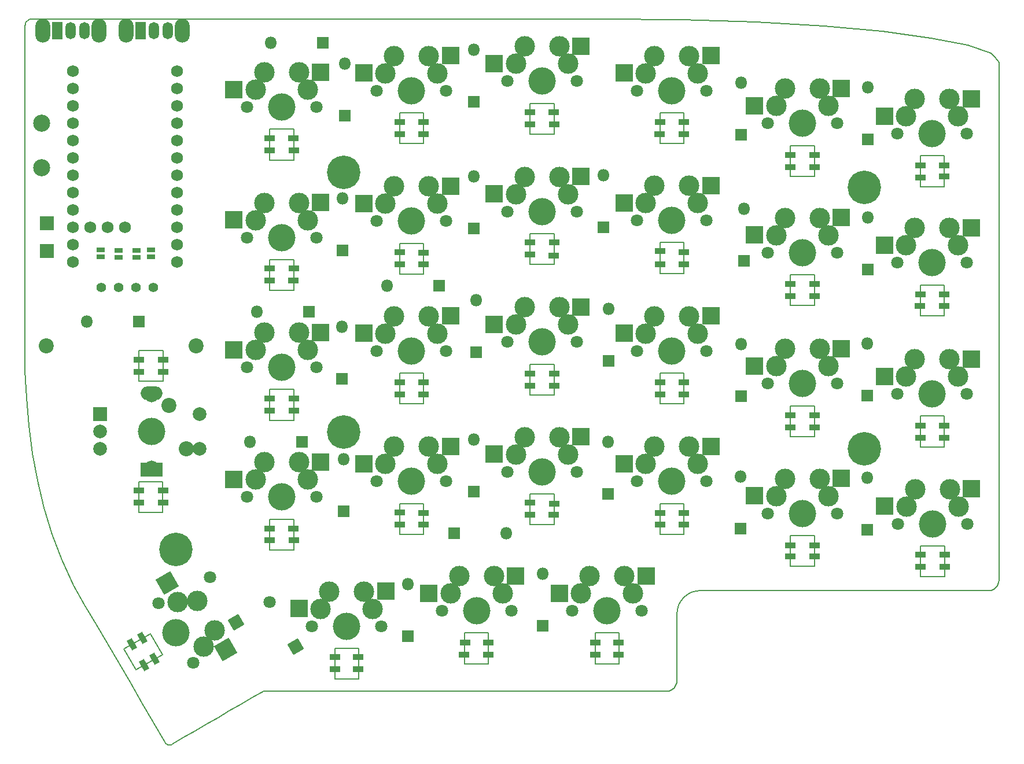
<source format=gbr>
G04 #@! TF.GenerationSoftware,KiCad,Pcbnew,(6.0.0-0)*
G04 #@! TF.CreationDate,2022-05-31T22:11:55-04:00*
G04 #@! TF.ProjectId,Lily58,4c696c79-3538-42e6-9b69-6361645f7063,rev?*
G04 #@! TF.SameCoordinates,Original*
G04 #@! TF.FileFunction,Soldermask,Bot*
G04 #@! TF.FilePolarity,Negative*
%FSLAX46Y46*%
G04 Gerber Fmt 4.6, Leading zero omitted, Abs format (unit mm)*
G04 Created by KiCad (PCBNEW (6.0.0-0)) date 2022-05-31 22:11:55*
%MOMM*%
%LPD*%
G01*
G04 APERTURE LIST*
G04 Aperture macros list*
%AMHorizOval*
0 Thick line with rounded ends*
0 $1 width*
0 $2 $3 position (X,Y) of the first rounded end (center of the circle)*
0 $4 $5 position (X,Y) of the second rounded end (center of the circle)*
0 Add line between two ends*
20,1,$1,$2,$3,$4,$5,0*
0 Add two circle primitives to create the rounded ends*
1,1,$1,$2,$3*
1,1,$1,$4,$5*%
%AMRotRect*
0 Rectangle, with rotation*
0 The origin of the aperture is its center*
0 $1 length*
0 $2 width*
0 $3 Rotation angle, in degrees counterclockwise*
0 Add horizontal line*
21,1,$1,$2,0,0,$3*%
G04 Aperture macros list end*
G04 #@! TA.AperFunction,Profile*
%ADD10C,0.200000*%
G04 #@! TD*
G04 #@! TA.AperFunction,Profile*
%ADD11C,0.150000*%
G04 #@! TD*
%ADD12C,1.700000*%
%ADD13C,4.000000*%
%ADD14C,2.200000*%
%ADD15O,2.200000X3.500000*%
%ADD16R,1.500000X2.500000*%
%ADD17O,1.500000X2.500000*%
%ADD18R,1.600000X0.850000*%
%ADD19RotRect,1.600000X0.850000X120.000000*%
%ADD20RotRect,1.600000X0.850000X300.000000*%
%ADD21R,2.000000X2.000000*%
%ADD22RotRect,1.800000X1.800000X120.000000*%
%ADD23HorizOval,1.800000X0.000000X0.000000X0.000000X0.000000X0*%
%ADD24C,4.900000*%
%ADD25C,2.500000*%
%ADD26C,1.752600*%
%ADD27C,1.397000*%
%ADD28R,2.550000X2.500000*%
%ADD29C,1.800000*%
%ADD30C,3.000000*%
%ADD31RotRect,2.550000X2.500000X120.000000*%
%ADD32C,2.000000*%
%ADD33R,3.200000X2.000000*%
%ADD34O,3.200000X2.000000*%
%ADD35O,1.800000X1.800000*%
%ADD36R,1.800000X1.800000*%
%ADD37R,1.143000X0.635000*%
G04 APERTURE END LIST*
D10*
X104807833Y-37086762D02*
X94400000Y-37086762D01*
X82937528Y-82285296D02*
X82937528Y-75978362D01*
X82937528Y-75978362D02*
X82937528Y-69671429D01*
X82937528Y-88592229D02*
X82937528Y-82285296D01*
D11*
X118750000Y-57750000D02*
X118750000Y-53250000D01*
X101310889Y-127109431D02*
X103060889Y-130140520D01*
X103060889Y-130140520D02*
X99163775Y-132390520D01*
X97413775Y-129359431D02*
X101310889Y-127109431D01*
X99163775Y-132390520D02*
X97413775Y-129359431D01*
X118750000Y-72350000D02*
X122250000Y-72350000D01*
X131750000Y-129250000D02*
X131750000Y-133750000D01*
X166350000Y-127000000D02*
X169850000Y-127000000D01*
X160350000Y-111150000D02*
X156850000Y-111150000D01*
X141250000Y-108050000D02*
X141250000Y-112550000D01*
X103099200Y-104864800D02*
X103099200Y-109364800D01*
X137750000Y-108050000D02*
X141250000Y-108050000D01*
X198450000Y-117250000D02*
X194950000Y-117250000D01*
X122250000Y-114850000D02*
X118750000Y-114850000D01*
X156850000Y-111150000D02*
X156850000Y-106650000D01*
X166350000Y-131500000D02*
X166350000Y-127000000D01*
X194950000Y-117250000D02*
X194950000Y-112750000D01*
X141250000Y-112550000D02*
X137750000Y-112550000D01*
X122250000Y-110350000D02*
X122250000Y-114850000D01*
X179350000Y-108050000D02*
X179350000Y-112550000D01*
X175850000Y-108050000D02*
X179350000Y-108050000D01*
X214000000Y-118750000D02*
X214000000Y-114250000D01*
X147250000Y-127000000D02*
X150750000Y-127000000D01*
X150750000Y-131500000D02*
X147250000Y-131500000D01*
X160350000Y-106650000D02*
X160350000Y-111150000D01*
X137750000Y-112550000D02*
X137750000Y-108050000D01*
X150750000Y-127000000D02*
X150750000Y-131500000D01*
X156850000Y-106650000D02*
X160350000Y-106650000D01*
X217500000Y-114250000D02*
X217500000Y-118750000D01*
X99599200Y-104864800D02*
X103099200Y-104864800D01*
X194950000Y-112750000D02*
X198450000Y-112750000D01*
X128250000Y-129250000D02*
X131750000Y-129250000D01*
X103099200Y-109364800D02*
X99599200Y-109364800D01*
X175850000Y-112550000D02*
X175850000Y-108050000D01*
X217500000Y-118750000D02*
X214000000Y-118750000D01*
X214000000Y-114250000D02*
X217500000Y-114250000D01*
X147250000Y-131500000D02*
X147250000Y-127000000D01*
X99599200Y-109364800D02*
X99599200Y-104864800D01*
X118750000Y-114850000D02*
X118750000Y-110350000D01*
X118750000Y-110350000D02*
X122250000Y-110350000D01*
X128250000Y-133750000D02*
X128250000Y-129250000D01*
X169850000Y-127000000D02*
X169850000Y-131500000D01*
X169850000Y-131500000D02*
X166350000Y-131500000D01*
X179350000Y-112550000D02*
X175850000Y-112550000D01*
X198450000Y-112750000D02*
X198450000Y-117250000D01*
X131750000Y-133750000D02*
X128250000Y-133750000D01*
X99624000Y-90170000D02*
X99624000Y-85670000D01*
X103124000Y-85670000D02*
X103124000Y-90170000D01*
X103124000Y-90170000D02*
X99624000Y-90170000D01*
X99624000Y-85670000D02*
X103124000Y-85670000D01*
D10*
X178319348Y-134034052D02*
X178288901Y-134314154D01*
X225460000Y-100326490D02*
X225460000Y-109808112D01*
X82937528Y-63364495D02*
X82937528Y-57057562D01*
D11*
X160350000Y-92150000D02*
X156850000Y-92150000D01*
D10*
X96695647Y-131453701D02*
X98371341Y-134320020D01*
X225204001Y-120128696D02*
X225020912Y-120350648D01*
X169449826Y-135511658D02*
X176819348Y-135511658D01*
D11*
X141250000Y-88950000D02*
X141250000Y-93450000D01*
D10*
X89992869Y-119988423D02*
X91668563Y-122854742D01*
X177658308Y-135255660D02*
X177403500Y-135393876D01*
D11*
X141250000Y-55350000D02*
X137750000Y-55350000D01*
D10*
X178201565Y-134595810D02*
X178063349Y-134850619D01*
X104288864Y-143357278D02*
X104456758Y-143271756D01*
D11*
X122250000Y-72350000D02*
X122250000Y-76850000D01*
D10*
X225460000Y-43436755D02*
X225460000Y-52918378D01*
D11*
X198450000Y-60150000D02*
X194950000Y-60150000D01*
D10*
X136027379Y-37086762D02*
X125619545Y-37086762D01*
X104130206Y-143404468D02*
X104288864Y-143357278D01*
X83245570Y-37394123D02*
X83400937Y-37265961D01*
X103842470Y-143386445D02*
X103981252Y-143413974D01*
D11*
X179350000Y-50850000D02*
X179350000Y-55350000D01*
D10*
X82937528Y-50750629D02*
X82937528Y-44443695D01*
X103597295Y-143222884D02*
X103714328Y-143322532D01*
X116186619Y-136480784D02*
X117862313Y-135510645D01*
X224278471Y-42156190D02*
X220889319Y-40963847D01*
D11*
X217450000Y-80550000D02*
X213950000Y-80550000D01*
D10*
X103981252Y-143413974D02*
X104130206Y-143404468D01*
D11*
X194950000Y-93750000D02*
X198450000Y-93750000D01*
X156850000Y-87650000D02*
X160350000Y-87650000D01*
D10*
X224900000Y-42700000D02*
X224278471Y-42156190D01*
X178319348Y-131597973D02*
X178319348Y-132816013D01*
D11*
X137750000Y-74450000D02*
X137750000Y-69950000D01*
D10*
X178319348Y-129161894D02*
X178319348Y-130379933D01*
D11*
X118750000Y-76850000D02*
X118750000Y-72350000D01*
X122250000Y-91350000D02*
X122250000Y-95850000D01*
D10*
X83579303Y-37169210D02*
X83776462Y-37108075D01*
X178594174Y-122926713D02*
X178916678Y-122332160D01*
X178390391Y-123583911D02*
X178594174Y-122926713D01*
X104456758Y-143271756D02*
X106132452Y-142301617D01*
X197622092Y-120789735D02*
X202889673Y-120789735D01*
X213424836Y-120789735D02*
X218692418Y-120789735D01*
X225460000Y-90844867D02*
X225460000Y-100326490D01*
D11*
X160350000Y-49460000D02*
X160350000Y-53960000D01*
D10*
X91668563Y-122854742D02*
X93344258Y-125721062D01*
X139971738Y-135511658D02*
X147341260Y-135511658D01*
X82937528Y-44443695D02*
X82937528Y-38136762D01*
X224900000Y-42700000D02*
X225460000Y-43436755D01*
D11*
X179350000Y-55350000D02*
X175850000Y-55350000D01*
D10*
X83400937Y-37265961D02*
X83579303Y-37169210D01*
D11*
X118750000Y-91350000D02*
X122250000Y-91350000D01*
D10*
X95019952Y-128587381D02*
X96695647Y-131453701D01*
D11*
X137750000Y-69950000D02*
X141250000Y-69950000D01*
D10*
X192354511Y-120789735D02*
X197622092Y-120789735D01*
D11*
X156850000Y-68550000D02*
X160350000Y-68550000D01*
D10*
X181819348Y-120789735D02*
X187086929Y-120789735D01*
X177880261Y-135072571D02*
X177658308Y-135255660D01*
X103398425Y-142918979D02*
X103491837Y-143088150D01*
D11*
X175850000Y-74350000D02*
X175850000Y-69850000D01*
D10*
X225020912Y-120350648D02*
X224798960Y-120533736D01*
D11*
X141250000Y-93450000D02*
X137750000Y-93450000D01*
D10*
X83020657Y-37727855D02*
X83117409Y-37549489D01*
D11*
X217450000Y-95250000D02*
X217450000Y-99750000D01*
D10*
X106132452Y-142301617D02*
X107808147Y-141331479D01*
D11*
X179350000Y-69850000D02*
X179350000Y-74350000D01*
X141250000Y-74450000D02*
X137750000Y-74450000D01*
D10*
X215525697Y-39885159D02*
X208420758Y-38945561D01*
D11*
X213950000Y-76050000D02*
X217450000Y-76050000D01*
D10*
X177403500Y-135393876D02*
X177121844Y-135481211D01*
D11*
X122250000Y-57750000D02*
X118750000Y-57750000D01*
X194950000Y-79050000D02*
X194950000Y-74550000D01*
X160350000Y-68550000D02*
X160350000Y-73050000D01*
X175850000Y-88950000D02*
X179350000Y-88950000D01*
X213950000Y-95250000D02*
X217450000Y-95250000D01*
X160350000Y-73050000D02*
X156850000Y-73050000D01*
X122250000Y-53250000D02*
X122250000Y-57750000D01*
X198450000Y-98250000D02*
X194950000Y-98250000D01*
D10*
X178319348Y-126725814D02*
X178319348Y-127943854D01*
X178063349Y-134850619D02*
X177880261Y-135072571D01*
X224262495Y-120759288D02*
X223959999Y-120789735D01*
X83135690Y-92617561D02*
X83490297Y-96657663D01*
D11*
X137750000Y-55350000D02*
X137750000Y-50850000D01*
D10*
X178319348Y-132816013D02*
X178319348Y-134034052D01*
D11*
X137750000Y-50850000D02*
X141250000Y-50850000D01*
D10*
X179343884Y-121814271D02*
X179861773Y-121387065D01*
X125619545Y-37086762D02*
X115211711Y-37086762D01*
X225460000Y-109808112D02*
X225460000Y-119289735D01*
X88291758Y-116318073D02*
X89993333Y-119989540D01*
X83117409Y-37549489D02*
X83245570Y-37394123D01*
D11*
X217450000Y-99750000D02*
X213950000Y-99750000D01*
X122250000Y-95850000D02*
X118750000Y-95850000D01*
D10*
X178916678Y-122332160D02*
X179343884Y-121814271D01*
X83490297Y-96657663D02*
X84020972Y-100690825D01*
X103714328Y-143322532D02*
X103842470Y-143386445D01*
X82938210Y-38136762D02*
X82959523Y-37925015D01*
X208157255Y-120789735D02*
X213424836Y-120789735D01*
X125232695Y-135511658D02*
X132602217Y-135511658D01*
X225460000Y-52918378D02*
X225460000Y-62400000D01*
D11*
X118750000Y-53250000D02*
X122250000Y-53250000D01*
D10*
X83776462Y-37108075D02*
X83988210Y-37086762D01*
X112835230Y-138421062D02*
X114510925Y-137450923D01*
X154710782Y-135511658D02*
X162080304Y-135511658D01*
X109483841Y-140361340D02*
X111159536Y-139391201D01*
X179861773Y-121387065D02*
X180456326Y-121064561D01*
D11*
X122250000Y-76850000D02*
X118750000Y-76850000D01*
D10*
X178319348Y-127943854D02*
X178319348Y-129161894D01*
D11*
X156850000Y-49460000D02*
X160350000Y-49460000D01*
D10*
X146435213Y-37086762D02*
X136027379Y-37086762D01*
D11*
X213950000Y-99750000D02*
X213950000Y-95250000D01*
D10*
X218692418Y-120789735D02*
X223959999Y-120789735D01*
X85688004Y-108649127D02*
X86863105Y-112530670D01*
X86863105Y-112530670D02*
X88291758Y-116318073D01*
D11*
X194950000Y-55650000D02*
X198450000Y-55650000D01*
D10*
X178288901Y-134314154D02*
X178201565Y-134595810D01*
X162080304Y-135511658D02*
X169449826Y-135511658D01*
X156843047Y-37086762D02*
X146435213Y-37086762D01*
D11*
X179350000Y-74350000D02*
X175850000Y-74350000D01*
D10*
X178319348Y-130379933D02*
X178319348Y-131597973D01*
D11*
X137750000Y-88950000D02*
X141250000Y-88950000D01*
D10*
X117863173Y-135511658D02*
X125232695Y-135511658D01*
X180456326Y-121064561D02*
X181113524Y-120860778D01*
D11*
X198450000Y-74550000D02*
X198450000Y-79050000D01*
X175850000Y-55350000D02*
X175850000Y-50850000D01*
D10*
X189919538Y-37585374D02*
X178989563Y-37215654D01*
X107808147Y-141331479D02*
X109483841Y-140361340D01*
X115211711Y-37086762D02*
X104803877Y-37086762D01*
D11*
X194950000Y-98250000D02*
X194950000Y-93750000D01*
X213950000Y-57150000D02*
X217450000Y-57150000D01*
X217450000Y-76050000D02*
X217450000Y-80550000D01*
D10*
X225429552Y-119592231D02*
X225342217Y-119873887D01*
D11*
X137750000Y-93450000D02*
X137750000Y-88950000D01*
D10*
X82937528Y-57057562D02*
X82937528Y-50750629D01*
X225460000Y-71881623D02*
X225460000Y-81363245D01*
X101722730Y-140052659D02*
X103398425Y-142918979D01*
D11*
X175850000Y-69850000D02*
X179350000Y-69850000D01*
X179350000Y-88950000D02*
X179350000Y-93450000D01*
D10*
X181113524Y-120860778D02*
X181819348Y-120789735D01*
X225460000Y-62400000D02*
X225460000Y-71881623D01*
X103491837Y-143088150D02*
X103597295Y-143222884D01*
X84020972Y-100690825D02*
X84747083Y-104695246D01*
X94396044Y-37086762D02*
X83988210Y-37086762D01*
X178319348Y-124289735D02*
X178319348Y-125507775D01*
D11*
X175850000Y-93450000D02*
X175850000Y-88950000D01*
X160350000Y-87650000D02*
X160350000Y-92150000D01*
D10*
X208420758Y-38945561D02*
X199807654Y-38170488D01*
X132602217Y-135511658D02*
X139971738Y-135511658D01*
X82937777Y-88592317D02*
X83135690Y-92617561D01*
D11*
X198450000Y-55650000D02*
X198450000Y-60150000D01*
D10*
X147341260Y-135511658D02*
X154710782Y-135511658D01*
D11*
X141250000Y-50850000D02*
X141250000Y-55350000D01*
X160350000Y-53960000D02*
X156850000Y-53960000D01*
D10*
X178319348Y-124289735D02*
X178390391Y-123583911D01*
D11*
X156850000Y-92150000D02*
X156850000Y-87650000D01*
D10*
X98371341Y-134320020D02*
X100047036Y-137186340D01*
X225342217Y-119873887D02*
X225204001Y-120128696D01*
X202889673Y-120789735D02*
X208157255Y-120789735D01*
X82937528Y-69671429D02*
X82937528Y-63364495D01*
D11*
X198450000Y-93750000D02*
X198450000Y-98250000D01*
X141250000Y-69950000D02*
X141250000Y-74450000D01*
D10*
X111159536Y-139391201D02*
X112835230Y-138421062D01*
D11*
X213950000Y-80550000D02*
X213950000Y-76050000D01*
D10*
X225460000Y-81363245D02*
X225460000Y-90844867D01*
X187086929Y-120789735D02*
X192354511Y-120789735D01*
X220889319Y-40963847D02*
X215525697Y-39885159D01*
D11*
X118750000Y-95850000D02*
X118750000Y-91350000D01*
D10*
X177121844Y-135481211D02*
X176819348Y-135511658D01*
D11*
X156850000Y-73050000D02*
X156850000Y-68550000D01*
X217450000Y-61650000D02*
X213950000Y-61650000D01*
D10*
X84747083Y-104695246D02*
X85688004Y-108649127D01*
D11*
X198450000Y-79050000D02*
X194950000Y-79050000D01*
D10*
X167250881Y-37086762D02*
X156843047Y-37086762D01*
X114510925Y-137450923D02*
X116186619Y-136480784D01*
X224544152Y-120671952D02*
X224262495Y-120759288D01*
X100047036Y-137186340D02*
X101722730Y-140052659D01*
D11*
X194950000Y-60150000D02*
X194950000Y-55650000D01*
X213950000Y-61650000D02*
X213950000Y-57150000D01*
D10*
X93344258Y-125721062D02*
X95019952Y-128587381D01*
X178989563Y-37215654D02*
X167250881Y-37086762D01*
D11*
X217450000Y-57150000D02*
X217450000Y-61650000D01*
D10*
X224798960Y-120533736D02*
X224544152Y-120671952D01*
X225459999Y-119289735D02*
X225429552Y-119592231D01*
D11*
X194950000Y-74550000D02*
X198450000Y-74550000D01*
D10*
X199807654Y-38170488D02*
X189919538Y-37585374D01*
D11*
X179350000Y-93450000D02*
X175850000Y-93450000D01*
X175850000Y-50850000D02*
X179350000Y-50850000D01*
X156850000Y-53960000D02*
X156850000Y-49460000D01*
D10*
X178319348Y-125507775D02*
X178319348Y-126725814D01*
X82959523Y-37925015D02*
X83020657Y-37727855D01*
D12*
X101473000Y-102616000D03*
X101473000Y-92456000D03*
D13*
X101473000Y-97536000D03*
D14*
X104013000Y-93726000D03*
X106553000Y-100076000D03*
D15*
X85526000Y-38862000D03*
X93726000Y-38862000D03*
D16*
X87626000Y-38862000D03*
D17*
X89626000Y-38862000D03*
X91626000Y-38862000D03*
D15*
X97718000Y-38862000D03*
X105918000Y-38862000D03*
D16*
X99818000Y-38862000D03*
D17*
X101818000Y-38862000D03*
X103818000Y-38862000D03*
D18*
X198501000Y-115824000D03*
X137795000Y-111125000D03*
X122301000Y-73660000D03*
X122301000Y-94488000D03*
X175895000Y-92075000D03*
X198501000Y-57023000D03*
X128270000Y-132334000D03*
X198501000Y-114173000D03*
X198501000Y-95123000D03*
X118745000Y-111760000D03*
X194945000Y-75946000D03*
X217424000Y-77470000D03*
X118745000Y-73660000D03*
X122301000Y-92710000D03*
X166370000Y-130175000D03*
X118745000Y-54610000D03*
X131699000Y-132334000D03*
X156845000Y-50800000D03*
X213995000Y-77470000D03*
X137795000Y-53975000D03*
X194945000Y-95123000D03*
X213995000Y-115570000D03*
X217424000Y-96647000D03*
X160401000Y-52578000D03*
X147193000Y-130175000D03*
D19*
X100330000Y-131699000D03*
D18*
X179324000Y-109474000D03*
X198501000Y-96901000D03*
X141224000Y-71374000D03*
X141224000Y-90297000D03*
X156845000Y-89027000D03*
X137795000Y-73025000D03*
X99568000Y-106172000D03*
D20*
X98552000Y-128651000D03*
D18*
X217551000Y-117348000D03*
X160274000Y-109728000D03*
X213995000Y-98425000D03*
X103124000Y-88773000D03*
X99568000Y-107950000D03*
X156845000Y-69850000D03*
X179324000Y-53975000D03*
X118745000Y-56388000D03*
X103124000Y-106172000D03*
X179324000Y-52197000D03*
X141224000Y-92075000D03*
X156845000Y-52578000D03*
X169799000Y-128397000D03*
X141224000Y-52197000D03*
X160274000Y-50800000D03*
X175895000Y-109474000D03*
X160274000Y-71755000D03*
X160401000Y-69850000D03*
X103124000Y-86995000D03*
X128270000Y-130556000D03*
X194945000Y-77724000D03*
X131699000Y-130556000D03*
X213868000Y-79121000D03*
X141224000Y-111125000D03*
X141224000Y-73025000D03*
X217551000Y-115570000D03*
X122174000Y-111760000D03*
X213995000Y-60325000D03*
X213995000Y-117348000D03*
X103124000Y-107950000D03*
X147320000Y-128397000D03*
X99568000Y-88773000D03*
X194945000Y-96901000D03*
X175895000Y-71120000D03*
X179324000Y-73025000D03*
X166370000Y-128397000D03*
X213995000Y-96647000D03*
X156845000Y-107950000D03*
X122174000Y-54610000D03*
X99568000Y-86995000D03*
X179324000Y-90297000D03*
X213995000Y-58547000D03*
X175768000Y-53975000D03*
X137795000Y-71247000D03*
X122301000Y-56388000D03*
X217424000Y-98425000D03*
D21*
X86106000Y-67056000D03*
D18*
X137795000Y-92075000D03*
X198501000Y-75946000D03*
X137795000Y-52197000D03*
X175895000Y-111125000D03*
X198501000Y-58801000D03*
X217424000Y-58547000D03*
X118745000Y-92710000D03*
X118745000Y-113411000D03*
X217424000Y-79121000D03*
X150749000Y-130175000D03*
X194945000Y-114173000D03*
X175895000Y-90297000D03*
X137795000Y-109347000D03*
X122174000Y-75438000D03*
X156845000Y-109728000D03*
D20*
X101854000Y-130810000D03*
D18*
X217424000Y-60198000D03*
X156845000Y-90805000D03*
D21*
X86106000Y-71120000D03*
D18*
X122301000Y-113411000D03*
X160401000Y-108077000D03*
X160401000Y-89027000D03*
D19*
X100076000Y-127762000D03*
D18*
X194945000Y-115824000D03*
X179324000Y-92075000D03*
X150749000Y-128397000D03*
X141224000Y-53975000D03*
X118745000Y-94488000D03*
X194945000Y-58801000D03*
X156845000Y-71628000D03*
X141224000Y-109474000D03*
X179324000Y-111125000D03*
X169799000Y-130175000D03*
X175895000Y-73025000D03*
X118745000Y-75438000D03*
X198501000Y-77724000D03*
X137795000Y-90297000D03*
X175895000Y-52197000D03*
X160401000Y-90805000D03*
X194945000Y-57023000D03*
X179324000Y-71247000D03*
D22*
X113792000Y-125471114D03*
D23*
X109982000Y-118872000D03*
D24*
X129600000Y-59600000D03*
X205800000Y-61800000D03*
X129600000Y-97600000D03*
X205800000Y-100000000D03*
X105000000Y-114800000D03*
D25*
X85344000Y-58876000D03*
X85344000Y-52376000D03*
D26*
X97566005Y-67596130D03*
X95026005Y-67596130D03*
X92486005Y-67596130D03*
X105186005Y-44736130D03*
X105186005Y-47276130D03*
X105186005Y-49816130D03*
X105186005Y-52356130D03*
X105186005Y-54896130D03*
X105186005Y-57436130D03*
X105186005Y-59976130D03*
X105186005Y-62516130D03*
X105186005Y-65056130D03*
X105186005Y-67596130D03*
X105186005Y-70136130D03*
X105186005Y-72676130D03*
X89946005Y-72676130D03*
X89946005Y-70136130D03*
X89946005Y-67596130D03*
X89946005Y-65056130D03*
X89946005Y-62516130D03*
X89946005Y-59976130D03*
X89946005Y-57436130D03*
X89946005Y-54896130D03*
X89946005Y-52356130D03*
X89946005Y-49816130D03*
X89946005Y-47276130D03*
X89946005Y-44736130D03*
D27*
X94107000Y-76454000D03*
X96647000Y-76454000D03*
X99187000Y-76454000D03*
X101727000Y-76454000D03*
D28*
X145200000Y-42480000D03*
X132500000Y-45020000D03*
D13*
X139500000Y-47600000D03*
D29*
X134420000Y-47600000D03*
D30*
X142040000Y-42520000D03*
D29*
X144580000Y-47600000D03*
D30*
X135690000Y-45060000D03*
X143310000Y-45060000D03*
X136960000Y-42520000D03*
D28*
X164300000Y-41090000D03*
X151600000Y-43630000D03*
D30*
X162410000Y-43670000D03*
D29*
X153520000Y-46210000D03*
D30*
X156060000Y-41130000D03*
D13*
X158600000Y-46210000D03*
D30*
X161140000Y-41130000D03*
X154790000Y-43670000D03*
D29*
X163680000Y-46210000D03*
D28*
X183300000Y-42480000D03*
X170600000Y-45020000D03*
D30*
X181410000Y-45060000D03*
X173790000Y-45060000D03*
X180140000Y-42520000D03*
D29*
X182680000Y-47600000D03*
D13*
X177600000Y-47600000D03*
D29*
X172520000Y-47600000D03*
D30*
X175060000Y-42520000D03*
D28*
X202400000Y-47280000D03*
X189700000Y-49820000D03*
D13*
X196700000Y-52400000D03*
D29*
X191620000Y-52400000D03*
X201780000Y-52400000D03*
D30*
X199240000Y-47320000D03*
X200510000Y-49860000D03*
X192890000Y-49860000D03*
X194160000Y-47320000D03*
D28*
X221400000Y-48780000D03*
X208700000Y-51320000D03*
D30*
X218240000Y-48820000D03*
X213160000Y-48820000D03*
X211890000Y-51360000D03*
D29*
X220780000Y-53900000D03*
D13*
X215700000Y-53900000D03*
D29*
X210620000Y-53900000D03*
D30*
X219510000Y-51360000D03*
D28*
X126200000Y-63980000D03*
X113500000Y-66520000D03*
D13*
X120500000Y-69100000D03*
D30*
X116690000Y-66560000D03*
X123040000Y-64020000D03*
D29*
X125580000Y-69100000D03*
D30*
X124310000Y-66560000D03*
X117960000Y-64020000D03*
D29*
X115420000Y-69100000D03*
D28*
X145200000Y-61580000D03*
X132500000Y-64120000D03*
D29*
X134420000Y-66700000D03*
D30*
X143310000Y-64160000D03*
D13*
X139500000Y-66700000D03*
D29*
X144580000Y-66700000D03*
D30*
X136960000Y-61620000D03*
X135690000Y-64160000D03*
X142040000Y-61620000D03*
D28*
X164300000Y-60180000D03*
X151600000Y-62720000D03*
D29*
X153520000Y-65300000D03*
X163680000Y-65300000D03*
D30*
X161140000Y-60220000D03*
X154790000Y-62760000D03*
D13*
X158600000Y-65300000D03*
D30*
X162410000Y-62760000D03*
X156060000Y-60220000D03*
D28*
X183300000Y-61480000D03*
X170600000Y-64020000D03*
D13*
X177600000Y-66600000D03*
D29*
X172520000Y-66600000D03*
X182680000Y-66600000D03*
D30*
X180140000Y-61520000D03*
X175060000Y-61520000D03*
X173790000Y-64060000D03*
X181410000Y-64060000D03*
D28*
X202400000Y-66180000D03*
X189700000Y-68720000D03*
D30*
X194160000Y-66220000D03*
X200510000Y-68760000D03*
X192890000Y-68760000D03*
D29*
X201780000Y-71300000D03*
D30*
X199240000Y-66220000D03*
D13*
X196700000Y-71300000D03*
D29*
X191620000Y-71300000D03*
D28*
X221400000Y-67680000D03*
X208700000Y-70220000D03*
D30*
X218240000Y-67720000D03*
D13*
X215700000Y-72800000D03*
D30*
X211890000Y-70260000D03*
D29*
X220780000Y-72800000D03*
D30*
X213160000Y-67720000D03*
D29*
X210620000Y-72800000D03*
D30*
X219510000Y-70260000D03*
D28*
X126200000Y-82980000D03*
X113500000Y-85520000D03*
D29*
X115420000Y-88100000D03*
D30*
X116690000Y-85560000D03*
X123040000Y-83020000D03*
D13*
X120500000Y-88100000D03*
D30*
X117960000Y-83020000D03*
D29*
X125580000Y-88100000D03*
D30*
X124310000Y-85560000D03*
D28*
X145200000Y-80580000D03*
X132500000Y-83120000D03*
D29*
X144580000Y-85700000D03*
D30*
X136960000Y-80620000D03*
D29*
X134420000Y-85700000D03*
D30*
X135690000Y-83160000D03*
X143310000Y-83160000D03*
D13*
X139500000Y-85700000D03*
D30*
X142040000Y-80620000D03*
D28*
X164300000Y-79280000D03*
X151600000Y-81820000D03*
D30*
X156060000Y-79320000D03*
X161140000Y-79320000D03*
X154790000Y-81860000D03*
D29*
X163680000Y-84400000D03*
X153520000Y-84400000D03*
D30*
X162410000Y-81860000D03*
D13*
X158600000Y-84400000D03*
D28*
X183300000Y-80580000D03*
X170600000Y-83120000D03*
D29*
X182680000Y-85700000D03*
D30*
X180140000Y-80620000D03*
X175060000Y-80620000D03*
D29*
X172520000Y-85700000D03*
D13*
X177600000Y-85700000D03*
D30*
X173790000Y-83160000D03*
X181410000Y-83160000D03*
D28*
X202400000Y-85380000D03*
X189700000Y-87920000D03*
D30*
X200510000Y-87960000D03*
X199240000Y-85420000D03*
X194160000Y-85420000D03*
D13*
X196700000Y-90500000D03*
D30*
X192890000Y-87960000D03*
D29*
X191620000Y-90500000D03*
X201780000Y-90500000D03*
D28*
X221400000Y-86880000D03*
X208700000Y-89420000D03*
D29*
X210620000Y-92000000D03*
D30*
X219510000Y-89460000D03*
D13*
X215700000Y-92000000D03*
D30*
X218240000Y-86920000D03*
X211890000Y-89460000D03*
D29*
X220780000Y-92000000D03*
D30*
X213160000Y-86920000D03*
D28*
X126200000Y-101980000D03*
X113500000Y-104520000D03*
D29*
X115420000Y-107100000D03*
D30*
X123040000Y-102020000D03*
X116690000Y-104560000D03*
X117960000Y-102020000D03*
X124310000Y-104560000D03*
D29*
X125580000Y-107100000D03*
D13*
X120500000Y-107100000D03*
D28*
X145200000Y-99680000D03*
X132500000Y-102220000D03*
D29*
X144580000Y-104800000D03*
D30*
X143310000Y-102260000D03*
X142040000Y-99720000D03*
X135690000Y-102260000D03*
X136960000Y-99720000D03*
D29*
X134420000Y-104800000D03*
D13*
X139500000Y-104800000D03*
D28*
X164300000Y-98280000D03*
X151600000Y-100820000D03*
D30*
X161140000Y-98320000D03*
D29*
X163680000Y-103400000D03*
X153520000Y-103400000D03*
D13*
X158600000Y-103400000D03*
D30*
X162410000Y-100860000D03*
X154790000Y-100860000D03*
X156060000Y-98320000D03*
D28*
X183300000Y-99680000D03*
X170600000Y-102220000D03*
D29*
X182680000Y-104800000D03*
D30*
X180140000Y-99720000D03*
D29*
X172520000Y-104800000D03*
D30*
X173790000Y-102260000D03*
X181410000Y-102260000D03*
D13*
X177600000Y-104800000D03*
D30*
X175060000Y-99720000D03*
D28*
X202400000Y-104380000D03*
X189700000Y-106920000D03*
D29*
X201780000Y-109500000D03*
D13*
X196700000Y-109500000D03*
D30*
X194160000Y-104420000D03*
X200510000Y-106960000D03*
X199240000Y-104420000D03*
D29*
X191620000Y-109500000D03*
D30*
X192890000Y-106960000D03*
D28*
X221450000Y-105880000D03*
X208750000Y-108420000D03*
D30*
X219560000Y-108460000D03*
X218290000Y-105920000D03*
D29*
X220830000Y-111000000D03*
D30*
X213210000Y-105920000D03*
D13*
X215750000Y-111000000D03*
D30*
X211940000Y-108460000D03*
D29*
X210670000Y-111000000D03*
D31*
X112284050Y-129376345D03*
X103734346Y-119647822D03*
D29*
X107540000Y-131399409D03*
D30*
X105294705Y-122430443D03*
X109104705Y-129029557D03*
X108129409Y-122260295D03*
X110669409Y-126659705D03*
D29*
X102460000Y-122600591D03*
D13*
X105000000Y-127000000D03*
D28*
X135700000Y-120880000D03*
X123000000Y-123420000D03*
D29*
X124920000Y-126000000D03*
D30*
X133810000Y-123460000D03*
X127460000Y-120920000D03*
X132540000Y-120920000D03*
X126190000Y-123460000D03*
D29*
X135080000Y-126000000D03*
D13*
X130000000Y-126000000D03*
D28*
X154700000Y-118630000D03*
X142000000Y-121170000D03*
D30*
X145190000Y-121210000D03*
X151540000Y-118670000D03*
X152810000Y-121210000D03*
D29*
X154080000Y-123750000D03*
D13*
X149000000Y-123750000D03*
D30*
X146460000Y-118670000D03*
D29*
X143920000Y-123750000D03*
D28*
X173800000Y-118630000D03*
X161100000Y-121170000D03*
D30*
X164290000Y-121210000D03*
X170640000Y-118670000D03*
D29*
X163020000Y-123750000D03*
X173180000Y-123750000D03*
D30*
X171910000Y-121210000D03*
X165560000Y-118670000D03*
D13*
X168100000Y-123750000D03*
D14*
X86000000Y-85000000D03*
X108000000Y-85000000D03*
D28*
X126200000Y-44880000D03*
X113500000Y-47420000D03*
D29*
X115420000Y-50000000D03*
D13*
X120500000Y-50000000D03*
D30*
X123040000Y-44920000D03*
X116690000Y-47460000D03*
X124310000Y-47460000D03*
D29*
X125580000Y-50000000D03*
D30*
X117960000Y-44920000D03*
D32*
X108454600Y-94996000D03*
X108454600Y-99996000D03*
D33*
X101454600Y-103096000D03*
D34*
X101454600Y-91896000D03*
D32*
X93954600Y-97496000D03*
X93954600Y-99996000D03*
D21*
X93954600Y-94996000D03*
D35*
X206146400Y-104292400D03*
D36*
X206146400Y-111912400D03*
D35*
X206197200Y-84632800D03*
D36*
X206197200Y-92252800D03*
D35*
X148640800Y-98704400D03*
D36*
X148640800Y-106324400D03*
D35*
X187756800Y-84683600D03*
D36*
X187756800Y-92303600D03*
D35*
X206248000Y-66141600D03*
D36*
X206248000Y-73761600D03*
D35*
X129413000Y-63373000D03*
D36*
X129413000Y-70993000D03*
D35*
X148945600Y-78282800D03*
D36*
X148945600Y-85902800D03*
D35*
X118872000Y-40640000D03*
D36*
X126492000Y-40640000D03*
D23*
X118745000Y-122430443D03*
D22*
X122555000Y-129029557D03*
D35*
X167589200Y-59994800D03*
D36*
X167589200Y-67614800D03*
D35*
X188163200Y-64897000D03*
D36*
X188163200Y-72517000D03*
D35*
X135890000Y-76200000D03*
D36*
X143510000Y-76200000D03*
D35*
X129540000Y-101600000D03*
D36*
X129540000Y-109220000D03*
D35*
X115824000Y-99060000D03*
D36*
X123444000Y-99060000D03*
D35*
X168250000Y-99060000D03*
D36*
X168250000Y-106680000D03*
D35*
X148590000Y-60198000D03*
D36*
X148590000Y-67818000D03*
D35*
X187756800Y-46431200D03*
D36*
X187756800Y-54051200D03*
D35*
X158700000Y-118364000D03*
D36*
X158700000Y-125984000D03*
D35*
X116840000Y-80010000D03*
D36*
X124460000Y-80010000D03*
D35*
X129336800Y-82194400D03*
D36*
X129336800Y-89814400D03*
D35*
X168351200Y-79552800D03*
D36*
X168351200Y-87172800D03*
D35*
X153365200Y-112420400D03*
D36*
X145745200Y-112420400D03*
D35*
X206298800Y-47142400D03*
D36*
X206298800Y-54762400D03*
D35*
X129692400Y-43688000D03*
D36*
X129692400Y-51308000D03*
D35*
X148590000Y-41605200D03*
D36*
X148590000Y-49225200D03*
D35*
X187655200Y-104140000D03*
D36*
X187655200Y-111760000D03*
D35*
X91948000Y-81407000D03*
D36*
X99568000Y-81407000D03*
D35*
X138988800Y-119888000D03*
D36*
X138988800Y-127508000D03*
X126492000Y-40640000D03*
D35*
X118872000Y-40640000D03*
D36*
X129692400Y-51308000D03*
D35*
X129692400Y-43688000D03*
D36*
X148590000Y-49225200D03*
D35*
X148590000Y-41605200D03*
D36*
X145745200Y-112420400D03*
D35*
X153365200Y-112420400D03*
D36*
X187756800Y-54051200D03*
D35*
X187756800Y-46431200D03*
D36*
X206298800Y-54762400D03*
D35*
X206298800Y-47142400D03*
D36*
X129413000Y-70993000D03*
D35*
X129413000Y-63373000D03*
D36*
X143510000Y-76200000D03*
D35*
X135890000Y-76200000D03*
D36*
X148590000Y-67818000D03*
D35*
X148590000Y-60198000D03*
D36*
X167589200Y-67614800D03*
D35*
X167589200Y-59994800D03*
D36*
X188163200Y-72517000D03*
D35*
X188163200Y-64897000D03*
D36*
X206248000Y-73761600D03*
D35*
X206248000Y-66141600D03*
D36*
X124460000Y-80010000D03*
D35*
X116840000Y-80010000D03*
D36*
X129336800Y-89814400D03*
D35*
X129336800Y-82194400D03*
D36*
X148945600Y-85902800D03*
D35*
X148945600Y-78282800D03*
D36*
X168351200Y-87172800D03*
D35*
X168351200Y-79552800D03*
D36*
X187756800Y-92303600D03*
D35*
X187756800Y-84683600D03*
D36*
X206197200Y-92252800D03*
D35*
X206197200Y-84632800D03*
D36*
X123444000Y-99060000D03*
D35*
X115824000Y-99060000D03*
D36*
X129540000Y-109220000D03*
D35*
X129540000Y-101600000D03*
D36*
X148640800Y-106324400D03*
D35*
X148640800Y-98704400D03*
D36*
X168250000Y-106680000D03*
D35*
X168250000Y-99060000D03*
D36*
X187655200Y-111760000D03*
D35*
X187655200Y-104140000D03*
D36*
X99568000Y-81407000D03*
D35*
X91948000Y-81407000D03*
D22*
X122555000Y-129029557D03*
D23*
X118745000Y-122430443D03*
D36*
X138988800Y-127508000D03*
D35*
X138988800Y-119888000D03*
D36*
X158700000Y-125984000D03*
D35*
X158700000Y-118364000D03*
D37*
X101376005Y-71951760D03*
X101376005Y-70951000D03*
X99210810Y-71993760D03*
X99210810Y-70993000D03*
X96610810Y-71993760D03*
X96610810Y-70993000D03*
X94010005Y-71951760D03*
X94010005Y-70951000D03*
D36*
X206146400Y-111912400D03*
D35*
X206146400Y-104292400D03*
D23*
X109982000Y-118872000D03*
D22*
X113792000Y-125471114D03*
M02*

</source>
